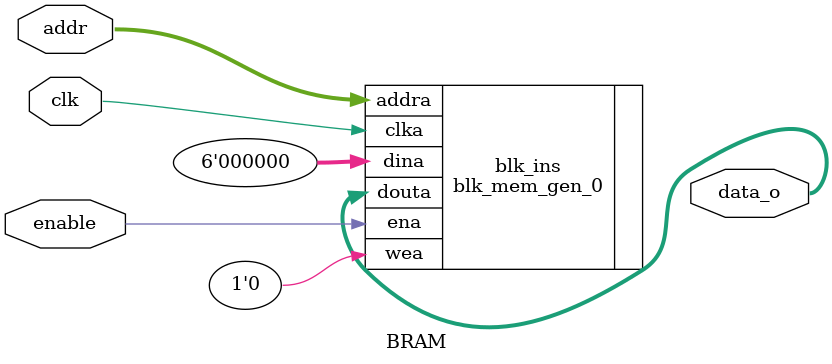
<source format=v>
module BRAM(clk, addr, enable, data_o);

input clk;
input enable;
input [19:0] addr;
output [5:0] data_o;

blk_mem_gen_0 blk_ins(
    .clka(clk),
    .ena(enable),
    .wea(1'b0),
    .addra(addr),
    .dina(6'b0),
    .douta(data_o)
);

endmodule 
</source>
